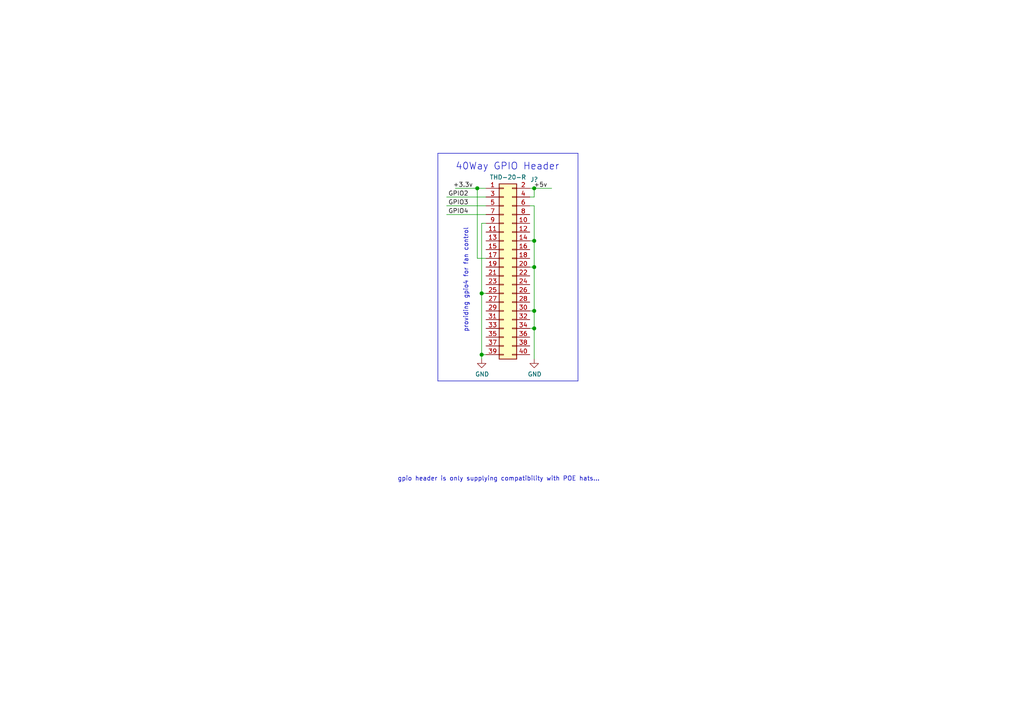
<source format=kicad_sch>
(kicad_sch (version 20210406) (generator eeschema)
  (paper "A4")
  (lib_symbols
    (symbol "Connector_Generic:Conn_02x20_Odd_Even" (pin_names hide)
      (property "Reference" "J" (at 1.27 25.4 0))
      (property "Value" "Conn_02x20_Odd_Even" (at 1.27 -27.94 0))
      (symbol "Conn_02x20_Odd_Even_1_1"
        (rectangle (start -1.27 -25.273) (end 0 -25.527))
        (rectangle (start -1.27 -22.733) (end 0 -22.987))
        (rectangle (start -1.27 -20.193) (end 0 -20.447))
        (rectangle (start -1.27 -17.653) (end 0 -17.907))
        (rectangle (start -1.27 -15.113) (end 0 -15.367))
        (rectangle (start -1.27 -12.573) (end 0 -12.827))
        (rectangle (start -1.27 -10.033) (end 0 -10.287))
        (rectangle (start -1.27 -7.493) (end 0 -7.747))
        (rectangle (start -1.27 -4.953) (end 0 -5.207))
        (rectangle (start -1.27 -2.413) (end 0 -2.667))
        (rectangle (start -1.27 0.127) (end 0 -0.127))
        (rectangle (start -1.27 2.667) (end 0 2.413))
        (rectangle (start -1.27 5.207) (end 0 4.953))
        (rectangle (start -1.27 7.747) (end 0 7.493))
        (rectangle (start -1.27 10.287) (end 0 10.033))
        (rectangle (start -1.27 12.827) (end 0 12.573))
        (rectangle (start -1.27 15.367) (end 0 15.113))
        (rectangle (start -1.27 17.907) (end 0 17.653))
        (rectangle (start -1.27 20.447) (end 0 20.193))
        (rectangle (start -1.27 22.987) (end 0 22.733))
        (rectangle (start 3.81 -25.273) (end 2.54 -25.527))
        (rectangle (start 3.81 -22.733) (end 2.54 -22.987))
        (rectangle (start 3.81 -20.193) (end 2.54 -20.447))
        (rectangle (start 3.81 -17.653) (end 2.54 -17.907))
        (rectangle (start 3.81 -15.113) (end 2.54 -15.367))
        (rectangle (start 3.81 -12.573) (end 2.54 -12.827))
        (rectangle (start 3.81 -10.033) (end 2.54 -10.287))
        (rectangle (start 3.81 -7.493) (end 2.54 -7.747))
        (rectangle (start 3.81 -4.953) (end 2.54 -5.207))
        (rectangle (start 3.81 -2.413) (end 2.54 -2.667))
        (rectangle (start 3.81 0.127) (end 2.54 -0.127))
        (rectangle (start 3.81 2.667) (end 2.54 2.413))
        (rectangle (start 3.81 5.207) (end 2.54 4.953))
        (rectangle (start 3.81 7.747) (end 2.54 7.493))
        (rectangle (start 3.81 10.287) (end 2.54 10.033))
        (rectangle (start 3.81 12.827) (end 2.54 12.573))
        (rectangle (start 3.81 15.367) (end 2.54 15.113))
        (rectangle (start 3.81 17.907) (end 2.54 17.653))
        (rectangle (start 3.81 20.447) (end 2.54 20.193))
        (rectangle (start 3.81 22.987) (end 2.54 22.733))
        (rectangle (start -1.27 24.13) (end 3.81 -26.67) (stroke (width 0.254)) (fill (type background)))
        (pin passive line (at -5.08 22.86 0) (length 3.81) (name "Pin_1") (number "1"))
        (pin passive line (at 7.62 12.7 180) (length 3.81) (name "Pin_10") (number "10"))
        (pin passive line (at -5.08 10.16 0) (length 3.81) (name "Pin_11") (number "11"))
        (pin passive line (at 7.62 10.16 180) (length 3.81) (name "Pin_12") (number "12"))
        (pin passive line (at -5.08 7.62 0) (length 3.81) (name "Pin_13") (number "13"))
        (pin passive line (at 7.62 7.62 180) (length 3.81) (name "Pin_14") (number "14"))
        (pin passive line (at -5.08 5.08 0) (length 3.81) (name "Pin_15") (number "15"))
        (pin passive line (at 7.62 5.08 180) (length 3.81) (name "Pin_16") (number "16"))
        (pin passive line (at -5.08 2.54 0) (length 3.81) (name "Pin_17") (number "17"))
        (pin passive line (at 7.62 2.54 180) (length 3.81) (name "Pin_18") (number "18"))
        (pin passive line (at -5.08 0 0) (length 3.81) (name "Pin_19") (number "19"))
        (pin passive line (at 7.62 22.86 180) (length 3.81) (name "Pin_2") (number "2"))
        (pin passive line (at 7.62 0 180) (length 3.81) (name "Pin_20") (number "20"))
        (pin passive line (at -5.08 -2.54 0) (length 3.81) (name "Pin_21") (number "21"))
        (pin passive line (at 7.62 -2.54 180) (length 3.81) (name "Pin_22") (number "22"))
        (pin passive line (at -5.08 -5.08 0) (length 3.81) (name "Pin_23") (number "23"))
        (pin passive line (at 7.62 -5.08 180) (length 3.81) (name "Pin_24") (number "24"))
        (pin passive line (at -5.08 -7.62 0) (length 3.81) (name "Pin_25") (number "25"))
        (pin passive line (at 7.62 -7.62 180) (length 3.81) (name "Pin_26") (number "26"))
        (pin passive line (at -5.08 -10.16 0) (length 3.81) (name "Pin_27") (number "27"))
        (pin passive line (at 7.62 -10.16 180) (length 3.81) (name "Pin_28") (number "28"))
        (pin passive line (at -5.08 -12.7 0) (length 3.81) (name "Pin_29") (number "29"))
        (pin passive line (at -5.08 20.32 0) (length 3.81) (name "Pin_3") (number "3"))
        (pin passive line (at 7.62 -12.7 180) (length 3.81) (name "Pin_30") (number "30"))
        (pin passive line (at -5.08 -15.24 0) (length 3.81) (name "Pin_31") (number "31"))
        (pin passive line (at 7.62 -15.24 180) (length 3.81) (name "Pin_32") (number "32"))
        (pin passive line (at -5.08 -17.78 0) (length 3.81) (name "Pin_33") (number "33"))
        (pin passive line (at 7.62 -17.78 180) (length 3.81) (name "Pin_34") (number "34"))
        (pin passive line (at -5.08 -20.32 0) (length 3.81) (name "Pin_35") (number "35"))
        (pin passive line (at 7.62 -20.32 180) (length 3.81) (name "Pin_36") (number "36"))
        (pin passive line (at -5.08 -22.86 0) (length 3.81) (name "Pin_37") (number "37"))
        (pin passive line (at 7.62 -22.86 180) (length 3.81) (name "Pin_38") (number "38"))
        (pin passive line (at -5.08 -25.4 0) (length 3.81) (name "Pin_39") (number "39"))
        (pin passive line (at 7.62 20.32 180) (length 3.81) (name "Pin_4") (number "4"))
        (pin passive line (at 7.62 -25.4 180) (length 3.81) (name "Pin_40") (number "40"))
        (pin passive line (at -5.08 17.78 0) (length 3.81) (name "Pin_5") (number "5"))
        (pin passive line (at 7.62 17.78 180) (length 3.81) (name "Pin_6") (number "6"))
        (pin passive line (at -5.08 15.24 0) (length 3.81) (name "Pin_7") (number "7"))
        (pin passive line (at 7.62 15.24 180) (length 3.81) (name "Pin_8") (number "8"))
        (pin passive line (at -5.08 12.7 0) (length 3.81) (name "Pin_9") (number "9"))
      )
    )
    (symbol "power:GND" (power) (pin_names (offset 0))
      (property "Value" "GND" (at 0 -3.81 0))
      (symbol "GND_0_1"
        (polyline (pts (xy 0 0) (xy 0 -1.27) (xy 1.27 -1.27) (xy 0 -2.54) (xy -1.27 -1.27) (xy 0 -1.27)))
      )
      (symbol "GND_1_1"
        (pin power_in line (at 0 0 270) (length 0) hide (name "GND") (number "1"))
      )
    )
  )
  (junction (at 138.43 54.61) (diameter 1.016))
  (junction (at 139.7 85.09) (diameter 1.016))
  (junction (at 139.7 102.87) (diameter 1.016))
  (junction (at 154.94 54.61) (diameter 1.016))
  (junction (at 154.94 69.85) (diameter 1.016))
  (junction (at 154.94 77.47) (diameter 1.016))
  (junction (at 154.94 90.17) (diameter 1.016))
  (junction (at 154.94 95.25) (diameter 1.016))
  (wire (pts (xy 129.54 57.15) (xy 140.97 57.15)))
  (wire (pts (xy 129.54 59.69) (xy 140.97 59.69)))
  (wire (pts (xy 129.54 62.23) (xy 140.97 62.23)))
  (wire (pts (xy 132.08 54.61) (xy 138.43 54.61)))
  (wire (pts (xy 138.43 54.61) (xy 138.43 74.93)))
  (wire (pts (xy 138.43 74.93) (xy 140.97 74.93)))
  (wire (pts (xy 139.7 64.77) (xy 139.7 85.09)))
  (wire (pts (xy 139.7 85.09) (xy 139.7 102.87)))
  (wire (pts (xy 139.7 85.09) (xy 140.97 85.09)))
  (wire (pts (xy 139.7 102.87) (xy 139.7 104.14)))
  (wire (pts (xy 139.7 102.87) (xy 140.97 102.87)))
  (wire (pts (xy 140.97 54.61) (xy 138.43 54.61)))
  (wire (pts (xy 140.97 64.77) (xy 139.7 64.77)))
  (wire (pts (xy 153.67 54.61) (xy 154.94 54.61)))
  (wire (pts (xy 153.67 57.15) (xy 154.94 57.15)))
  (wire (pts (xy 153.67 59.69) (xy 154.94 59.69)))
  (wire (pts (xy 153.67 90.17) (xy 154.94 90.17)))
  (wire (pts (xy 153.67 95.25) (xy 154.94 95.25)))
  (wire (pts (xy 154.94 54.61) (xy 160.02 54.61)))
  (wire (pts (xy 154.94 57.15) (xy 154.94 54.61)))
  (wire (pts (xy 154.94 59.69) (xy 154.94 69.85)))
  (wire (pts (xy 154.94 69.85) (xy 153.67 69.85)))
  (wire (pts (xy 154.94 69.85) (xy 154.94 77.47)))
  (wire (pts (xy 154.94 77.47) (xy 153.67 77.47)))
  (wire (pts (xy 154.94 90.17) (xy 154.94 77.47)))
  (wire (pts (xy 154.94 95.25) (xy 154.94 90.17)))
  (wire (pts (xy 154.94 95.25) (xy 154.94 104.14)))
  (polyline (pts (xy 127 44.45) (xy 127 110.49)) (stroke (width 0) (type solid)))
  (polyline (pts (xy 127 110.49) (xy 167.64 110.49)) (stroke (width 0) (type solid)))
  (polyline (pts (xy 167.64 44.45) (xy 127 44.45)) (stroke (width 0) (type solid)))
  (polyline (pts (xy 167.64 44.45) (xy 167.64 110.49)) (stroke (width 0) (type solid)))
  (text "40Way GPIO Header" (at 132.08 49.53 0) (effects (font (size 2.007 2.007)) (justify left bottom)))
  (text "providing gpio4 for fan control" (at 135.89 66.04 270) (effects (font (size 1.27 1.27)) (justify right bottom)))
  (text "gpio header is only supplying compatibility with POE hats..." (at 173.99 139.7 0) (effects (font (size 1.27 1.27)) (justify right bottom)))
  (label "GPIO2" (at 135.89 57.15 180))
  (label "GPIO3" (at 135.89 59.69 180))
  (label "GPIO4" (at 135.89 62.23 180))
  (label "+3.3v" (at 137.16 54.61 180))
  (label "+5v" (at 158.75 54.61 180))
  (symbol (lib_id "power:GND") (at 139.7 104.14 0) (unit 1)
    (property "Reference" "#PWR?" (effects hide))
    (property "Value" "GND" (at 139.827 108.5342 0))
  )
  (symbol (lib_id "power:GND") (at 154.94 104.14 0) (unit 1)
    (property "Reference" "#PWR?" (effects hide))
    (property "Value" "GND" (at 155.067 108.5342 0))
  )
  (symbol (lib_id "Connector_Generic:Conn_02x20_Odd_Even") (at 146.05 77.47 0) (unit 1)
    (property "Reference" "J?" (at 154.94 52.07 0))
    (property "Value" "THD-20-R" (at 147.32 51.4096 0))
    (property "Footprint" "CM4IO:rpi-40-just-power" (effects hide))
    (property "Datasheet" "https://www.toby.co.uk/uploads/publications/1673.pdf" (effects hide))
    (property "Field4" "Toby" (effects hide))
    (property "Field5" "THD-20-R" (effects hide))
    (property "Field6" "THD-20-R" (effects hide))
    (property "Field7" "Toby" (effects hide))
    (property "Field8" "UCON00511" (effects hide))
    (property "Part Description" "PinHeader_2x20_P2.54mm_Vertical" (effects hide))
  )
)
</source>
